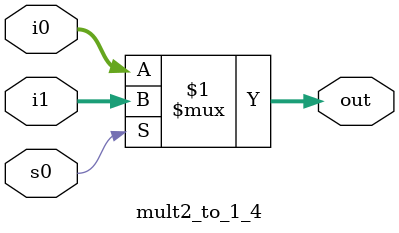
<source format=v>
module mult2_to_1_4(out, i0, i1, s0);
output [3:0] out;
input [3:0]i0,i1;
input s0;
assign out = s0 ? i1:i0;
endmodule

</source>
